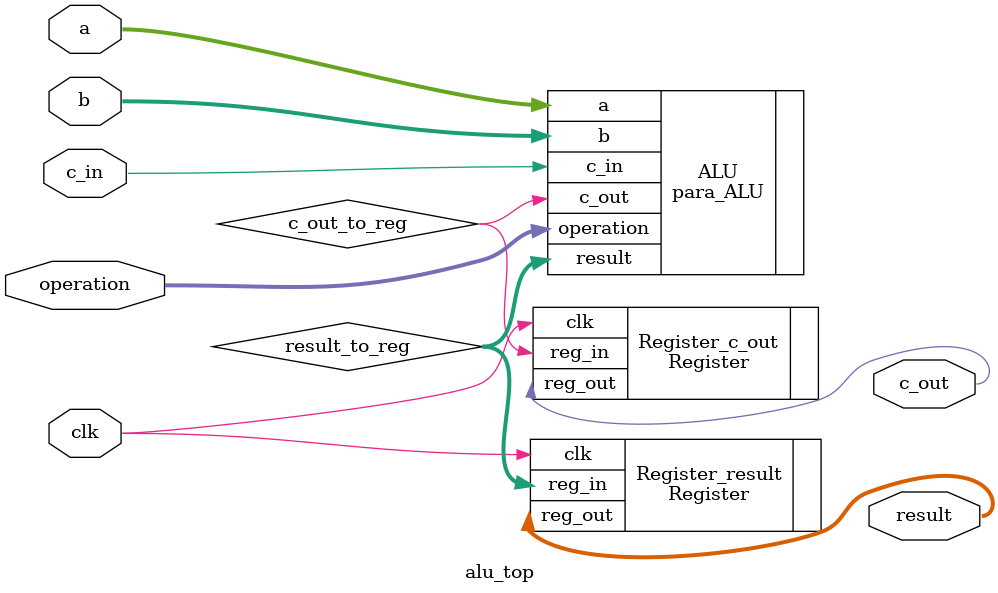
<source format=v>
`timescale 1ns / 1ns
module alu_top(
	input clk,
	input [W-1:0] a, b,
	input c_in,
	input [2:0] operation,
	output [W-1:0] result,
	output c_out
);
parameter W = 32;

wire [W-1:0] result_to_reg;
wire c_out_to_reg;


para_ALU
#(.W(W))
ALU
(
	.a(a),
	.b(b),
	.c_in(c_in),
	.operation(operation),
	.result(result_to_reg),
	.c_out(c_out_to_reg)
);

Register
#(.W(W))
Register_result
(
	.clk(clk),
	.reg_in(result_to_reg),
	.reg_out(result)
);

Register
#(.W(1))
Register_c_out
(
	.clk(clk),
	.reg_in(c_out_to_reg),
	.reg_out(c_out)
);


endmodule

</source>
